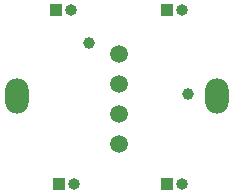
<source format=gbr>
G04 #@! TF.GenerationSoftware,KiCad,Pcbnew,5.1.8*
G04 #@! TF.CreationDate,2020-11-15T22:35:16+01:00*
G04 #@! TF.ProjectId,charging,63686172-6769-46e6-972e-6b696361645f,rev?*
G04 #@! TF.SameCoordinates,PX2fb84f0PY2fb84f0*
G04 #@! TF.FileFunction,Soldermask,Bot*
G04 #@! TF.FilePolarity,Negative*
%FSLAX46Y46*%
G04 Gerber Fmt 4.6, Leading zero omitted, Abs format (unit mm)*
G04 Created by KiCad (PCBNEW 5.1.8) date 2020-11-15 22:35:16*
%MOMM*%
%LPD*%
G01*
G04 APERTURE LIST*
%ADD10O,1.000000X1.000000*%
%ADD11R,1.000000X1.000000*%
%ADD12O,2.000000X3.000000*%
%ADD13C,1.000000*%
%ADD14C,1.500000*%
G04 APERTURE END LIST*
D10*
X5334000Y-7366000D03*
D11*
X4064000Y-7366000D03*
D10*
X5334000Y7366000D03*
D11*
X4064000Y7366000D03*
D10*
X-4064000Y7366000D03*
D11*
X-5334000Y7366000D03*
D10*
X-3810000Y-7366000D03*
D11*
X-5080000Y-7366000D03*
D12*
X8323000Y127000D03*
X-8577000Y127000D03*
D13*
X-2540000Y4572000D03*
X5842000Y254000D03*
D14*
X0Y3720000D03*
X0Y1180000D03*
X0Y-1360000D03*
X0Y-3900000D03*
M02*

</source>
